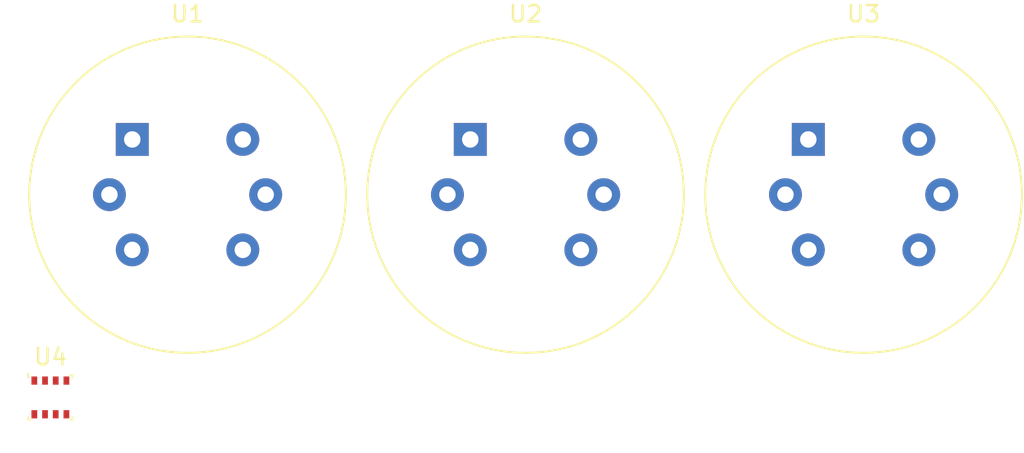
<source format=kicad_pcb>
(kicad_pcb (version 20211014) (generator pcbnew)
  (layers (0 "F.Cu" signal) (31 "B.Cu" signal) (34 "B.Paste" user) (35 "F.Paste" user) (36 "B.SilkS" user "B.Silkscreen") (37 "F.SilkS" user "F.Silkscreen") (38 "B.Mask" user) (39 "F.Mask" user) (44 "Edge.Cuts" user))
  (net 0 "")
  (net 1 "Net-(U1-Pad1)")
  (net 2 "+5V")
  (net 3 "GND")
  (net 4 "Net-(U2-Pad1)")
  (net 5 "Net-(U3-Pad1)")
  (footprint "Package_LGA:Bosch_LGA-8_2.5x2.5mm_P0.65mm_ClockwisePinNumbering" (layer "F.Cu") (at 72.0836 83.899)
    (fp_text reference "U4" (at 0.015 -2.465) (layer "F.SilkS"))
    (fp_text value "BME280")
    (fp_line (start 1.35 1.35) (end 1.2 1.35) (layer "F.SilkS") (width 0.1))
    (fp_line (start 1.35 1.35) (end 1.35 1.2) (layer "F.SilkS") (width 0.1))
    (fp_line (start -1.35 -1.2) (end -1.35 -1.45) (layer "F.SilkS") (width 0.1))
    (fp_line (start -1.35 1.35) (end -1.35 1.2) (layer "F.SilkS") (width 0.1))
    (fp_line (start -1.35 1.36) (end -1.2 1.36) (layer "F.SilkS") (width 0.1))
    (fp_line (start 1.2 -1.35) (end 1.35 -1.35) (layer "F.SilkS") (width 0.1))
    (fp_line (start 1.35 -1.35) (end 1.35 -1.2) (layer "F.SilkS") (width 0.1))
    (pad "1" smd rect (at -0.975 -1.025 90) (size 0.5 0.35) (layers "F.Cu" "F.Paste" "F.Mask") (net 3 "GND"))
    (pad "2" smd rect (at -0.325 -1.025 90) (size 0.5 0.35) (layers "F.Cu" "F.Paste" "F.Mask"))
    (pad "3" smd rect (at 0.325 -1.025 90) (size 0.5 0.35) (layers "F.Cu" "F.Paste" "F.Mask"))
    (pad "4" smd rect (at 0.975 -1.025 90) (size 0.5 0.35) (layers "F.Cu" "F.Paste" "F.Mask"))
    (pad "5" smd rect (at 0.975 1.025 90) (size 0.5 0.35) (layers "F.Cu" "F.Paste" "F.Mask"))
    (pad "6" smd rect (at 0.325 1.025 90) (size 0.5 0.35) (layers "F.Cu" "F.Paste" "F.Mask"))
    (pad "7" smd rect (at -0.325 1.025 90) (size 0.5 0.35) (layers "F.Cu" "F.Paste" "F.Mask") (net 3 "GND"))
    (pad "8" smd rect (at -0.975 1.025 90) (size 0.5 0.35) (layers "F.Cu" "F.Paste" "F.Mask"))
  )
  (footprint "Sensor:MQ-6" (layer "F.Cu") (at 118.1636 68.199)
    (fp_text reference "U3" (at 3.36 -7.64) (layer "F.SilkS"))
    (fp_text value "MQ-5/7/9")
    (fp_circle (center 3.36 3.36) (end 12.985 3.36) (layer "F.SilkS") (width 0.12) (fill none))
    (pad "1" thru_hole rect (at 0 0) (size 2 2) (drill 1) (layers *.Cu *.Mask) (net 5 "Net-(U3-Pad1)"))
    (pad "2" thru_hole circle (at -1.39 3.36) (size 2 2) (drill 1) (layers *.Cu *.Mask) (net 2 "+5V"))
    (pad "3" thru_hole circle (at 0 6.72 90) (size 2 2) (drill 1) (layers *.Cu *.Mask) (net 5 "Net-(U3-Pad1)"))
    (pad "4" thru_hole circle (at 6.72 6.72 180) (size 2 2) (drill 1) (layers *.Cu *.Mask) (net 2 "+5V"))
    (pad "5" thru_hole circle (at 8.11 3.36) (size 2 2) (drill 1) (layers *.Cu *.Mask) (net 3 "GND"))
    (pad "6" thru_hole circle (at 6.72 0 270) (size 2 2) (drill 1) (layers *.Cu *.Mask) (net 2 "+5V"))
  )
  (footprint "Sensor:MQ-6" (layer "F.Cu") (at 97.6136 68.199)
    (fp_text reference "U2" (at 3.36 -7.64) (layer "F.SilkS"))
    (fp_text value "MQ-136")
    (fp_circle (center 3.36 3.36) (end 12.985 3.36) (layer "F.SilkS") (width 0.12) (fill none))
    (pad "1" thru_hole rect (at 0 0) (size 2 2) (drill 1) (layers *.Cu *.Mask) (net 4 "Net-(U2-Pad1)"))
    (pad "2" thru_hole circle (at -1.39 3.36) (size 2 2) (drill 1) (layers *.Cu *.Mask) (net 2 "+5V"))
    (pad "3" thru_hole circle (at 0 6.72 90) (size 2 2) (drill 1) (layers *.Cu *.Mask) (net 4 "Net-(U2-Pad1)"))
    (pad "4" thru_hole circle (at 6.72 6.72 180) (size 2 2) (drill 1) (layers *.Cu *.Mask) (net 2 "+5V"))
    (pad "5" thru_hole circle (at 8.11 3.36) (size 2 2) (drill 1) (layers *.Cu *.Mask) (net 3 "GND"))
    (pad "6" thru_hole circle (at 6.72 0 270) (size 2 2) (drill 1) (layers *.Cu *.Mask) (net 2 "+5V"))
  )
  (footprint "Sensor:MQ-6" (layer "F.Cu") (at 77.0636 68.199)
    (fp_text reference "U1" (at 3.36 -7.64) (layer "F.SilkS"))
    (fp_text value "MQ-131")
    (fp_circle (center 3.36 3.36) (end 12.985 3.36) (layer "F.SilkS") (width 0.12) (fill none))
    (pad "1" thru_hole rect (at 0 0) (size 2 2) (drill 1) (layers *.Cu *.Mask) (net 1 "Net-(U1-Pad1)"))
    (pad "2" thru_hole circle (at -1.39 3.36) (size 2 2) (drill 1) (layers *.Cu *.Mask) (net 2 "+5V"))
    (pad "3" thru_hole circle (at 0 6.72 90) (size 2 2) (drill 1) (layers *.Cu *.Mask) (net 1 "Net-(U1-Pad1)"))
    (pad "4" thru_hole circle (at 6.72 6.72 180) (size 2 2) (drill 1) (layers *.Cu *.Mask) (net 2 "+5V"))
    (pad "5" thru_hole circle (at 8.11 3.36) (size 2 2) (drill 1) (layers *.Cu *.Mask) (net 3 "GND"))
    (pad "6" thru_hole circle (at 6.72 0 270) (size 2 2) (drill 1) (layers *.Cu *.Mask) (net 2 "+5V"))
  )
)
</source>
